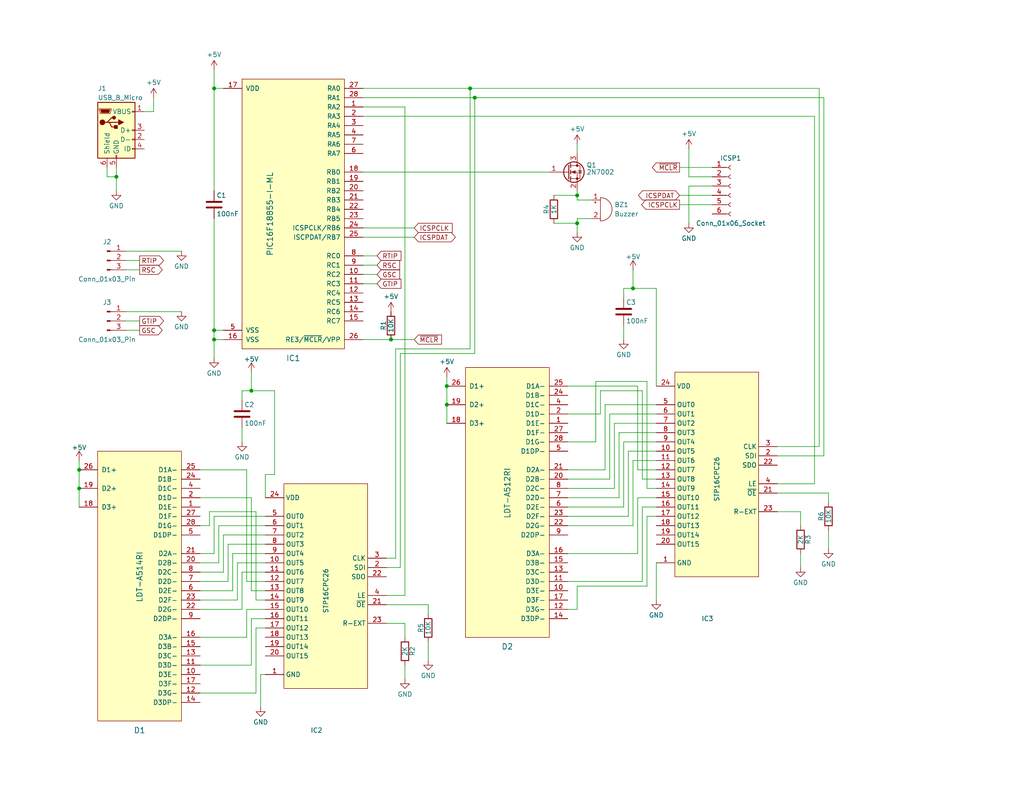
<source format=kicad_sch>
(kicad_sch (version 20230121) (generator eeschema)
  (paper "USLetter")
  (title_block (title "Fencing Hit Indicator with Score Display") (date "2024-01-01") (rev "1") (company "David's MakerWorks") (comment 1 "github.com/davidsmakerworks"))
  (lib_symbols
    (symbol "Connector:Conn_01x03_Pin" (pin_names (offset 1.016) hide)
      (property "Reference" "J" (at 0 5.08 0))
      (property "Value" "Conn_01x03_Pin" (at 0 -5.08 0))
      (symbol "Conn_01x03_Pin_1_1"
        (polyline (pts (xy 1.27 -2.54) (xy 0.8636 -2.54)) (stroke (width 0.1524)))
        (polyline (pts (xy 1.27 0) (xy 0.8636 0)) (stroke (width 0.1524)))
        (polyline (pts (xy 1.27 2.54) (xy 0.8636 2.54)) (stroke (width 0.1524)))
        (rectangle (start 0.8636 -2.413) (end 0 -2.667) (stroke (width 0.1524)) (fill (type outline)))
        (rectangle (start 0.8636 0.127) (end 0 -0.127) (stroke (width 0.1524)) (fill (type outline)))
        (rectangle (start 0.8636 2.667) (end 0 2.413) (stroke (width 0.1524)) (fill (type outline)))
        (pin passive line (at 5.08 2.54 180) (length 3.81) (name "Pin_1") (number "1"))
        (pin passive line (at 5.08 0 180) (length 3.81) (name "Pin_2") (number "2"))
        (pin passive line (at 5.08 -2.54 180) (length 3.81) (name "Pin_3") (number "3"))
      )
    )
    (symbol "Connector:Conn_01x06_Socket" (pin_names (offset 1.016) hide)
      (property "Reference" "J" (at 0 7.62 0))
      (property "Value" "Conn_01x06_Socket" (at 0 -10.16 0))
      (symbol "Conn_01x06_Socket_1_1"
        (arc (start 0 -7.112) (mid -0.5058 -7.62) (end 0 -8.128) (stroke (width 0.1524)))
        (arc (start 0 -4.572) (mid -0.5058 -5.08) (end 0 -5.588) (stroke (width 0.1524)))
        (arc (start 0 -2.032) (mid -0.5058 -2.54) (end 0 -3.048) (stroke (width 0.1524)))
        (polyline (pts (xy -1.27 -7.62) (xy -0.508 -7.62)) (stroke (width 0.1524)))
        (polyline (pts (xy -1.27 -5.08) (xy -0.508 -5.08)) (stroke (width 0.1524)))
        (polyline (pts (xy -1.27 -2.54) (xy -0.508 -2.54)) (stroke (width 0.1524)))
        (polyline (pts (xy -1.27 0) (xy -0.508 0)) (stroke (width 0.1524)))
        (polyline (pts (xy -1.27 2.54) (xy -0.508 2.54)) (stroke (width 0.1524)))
        (polyline (pts (xy -1.27 5.08) (xy -0.508 5.08)) (stroke (width 0.1524)))
        (arc (start 0 0.508) (mid -0.5058 0) (end 0 -0.508) (stroke (width 0.1524)))
        (arc (start 0 3.048) (mid -0.5058 2.54) (end 0 2.032) (stroke (width 0.1524)))
        (arc (start 0 5.588) (mid -0.5058 5.08) (end 0 4.572) (stroke (width 0.1524)))
        (pin passive line (at -5.08 5.08 0) (length 3.81) (name "Pin_1") (number "1"))
        (pin passive line (at -5.08 2.54 0) (length 3.81) (name "Pin_2") (number "2"))
        (pin passive line (at -5.08 0 0) (length 3.81) (name "Pin_3") (number "3"))
        (pin passive line (at -5.08 -2.54 0) (length 3.81) (name "Pin_4") (number "4"))
        (pin passive line (at -5.08 -5.08 0) (length 3.81) (name "Pin_5") (number "5"))
        (pin passive line (at -5.08 -7.62 0) (length 3.81) (name "Pin_6") (number "6"))
      )
    )
    (symbol "Connector:USB_B_Micro" (pin_names (offset 1.016))
      (property "Reference" "J" (at -5.08 11.43 0))
      (property "Value" "USB_B_Micro" (at -5.08 8.89 0))
      (symbol "USB_B_Micro_0_1"
        (rectangle (start -5.08 -7.62) (end 5.08 7.62) (stroke (width 0.254)) (fill (type background)))
        (circle (center -3.81 2.159) (radius 0.635) (stroke (width 0.254)) (fill (type outline)))
        (circle (center -0.635 3.429) (radius 0.381) (stroke (width 0.254)) (fill (type outline)))
        (rectangle (start -0.127 -7.62) (end 0.127 -6.858))
        (polyline (pts (xy -1.905 2.159) (xy 0.635 2.159)) (stroke (width 0.254)))
        (polyline (pts (xy -3.175 2.159) (xy -2.54 2.159) (xy -1.27 3.429) (xy -0.635 3.429)) (stroke (width 0.254)))
        (polyline (pts (xy -2.54 2.159) (xy -1.905 2.159) (xy -1.27 0.889) (xy 0 0.889)) (stroke (width 0.254)))
        (polyline (pts (xy 0.635 2.794) (xy 0.635 1.524) (xy 1.905 2.159) (xy 0.635 2.794)) (stroke (width 0.254)) (fill (type outline)))
        (polyline (pts (xy -4.318 5.588) (xy -1.778 5.588) (xy -2.032 4.826) (xy -4.064 4.826) (xy -4.318 5.588)) (fill (type outline)))
        (polyline (pts (xy -4.699 5.842) (xy -4.699 5.588) (xy -4.445 4.826) (xy -4.445 4.572) (xy -1.651 4.572) (xy -1.651 4.826) (xy -1.397 5.588) (xy -1.397 5.842) (xy -4.699 5.842)))
        (rectangle (start 0.254 1.27) (end -0.508 0.508) (stroke (width 0.254)) (fill (type outline)))
        (rectangle (start 5.08 -5.207) (end 4.318 -4.953))
        (rectangle (start 5.08 -2.667) (end 4.318 -2.413))
        (rectangle (start 5.08 -0.127) (end 4.318 0.127))
        (rectangle (start 5.08 4.953) (end 4.318 5.207))
      )
      (symbol "USB_B_Micro_1_1"
        (pin power_out line (at 7.62 5.08 180) (length 2.54) (name "VBUS") (number "1"))
        (pin bidirectional line (at 7.62 -2.54 180) (length 2.54) (name "D-") (number "2"))
        (pin bidirectional line (at 7.62 0 180) (length 2.54) (name "D+") (number "3"))
        (pin passive line (at 7.62 -5.08 180) (length 2.54) (name "ID") (number "4"))
        (pin power_out line (at 0 -10.16 90) (length 2.54) (name "GND") (number "5"))
        (pin passive line (at -2.54 -10.16 90) (length 2.54) (name "Shield") (number "6"))
      )
    )
    (symbol "DMW-Custom:LDT-A512RI" (pin_names (offset 1.016))
      (property "Reference" "D" (at 0 -43.18 0))
      (property "Value" "LDT-A512RI" (at 0 -1.27 90))
      (symbol "LDT-A512RI_1_1"
        (rectangle (start -11.43 33.02) (end 11.43 -40.64) (fill (type background)))
        (pin output line (at 16.51 17.78 180) (length 5.08) (name "D1E-") (number "1"))
        (pin output line (at 16.51 -27.94 180) (length 5.08) (name "D3E-") (number "10"))
        (pin output line (at 16.51 -25.4 180) (length 5.08) (name "D3D-") (number "11"))
        (pin output line (at 16.51 -33.02 180) (length 5.08) (name "D3G-") (number "12"))
        (pin output line (at 16.51 -22.86 180) (length 5.08) (name "D3C-") (number "13"))
        (pin output line (at 16.51 -35.56 180) (length 5.08) (name "D3DP-") (number "14"))
        (pin output line (at 16.51 -20.32 180) (length 5.08) (name "D3B-") (number "15"))
        (pin output line (at 16.51 -17.78 180) (length 5.08) (name "D3A-") (number "16"))
        (pin output line (at 16.51 -30.48 180) (length 5.08) (name "D3F-") (number "17"))
        (pin power_in line (at -16.51 17.78 0) (length 5.08) (name "D3+") (number "18"))
        (pin power_in line (at -16.51 22.86 0) (length 5.08) (name "D2+") (number "19"))
        (pin output line (at 16.51 20.32 180) (length 5.08) (name "D1D-") (number "2"))
        (pin output line (at 16.51 2.54 180) (length 5.08) (name "D2B-") (number "20"))
        (pin output line (at 16.51 5.08 180) (length 5.08) (name "D2A-") (number "21"))
        (pin output line (at 16.51 -10.16 180) (length 5.08) (name "D2G-") (number "22"))
        (pin output line (at 16.51 -7.62 180) (length 5.08) (name "D2F-") (number "23"))
        (pin output line (at 16.51 25.4 180) (length 5.08) (name "D1B-") (number "24"))
        (pin output line (at 16.51 27.94 180) (length 5.08) (name "D1A-") (number "25"))
        (pin power_in line (at -16.51 27.94 0) (length 5.08) (name "D1+") (number "26"))
        (pin output line (at 16.51 15.24 180) (length 5.08) (name "D1F-") (number "27"))
        (pin output line (at 16.51 12.7 180) (length 5.08) (name "D1G-") (number "28"))
        (pin output line (at 16.51 22.86 180) (length 5.08) (name "D1C-") (number "4"))
        (pin output line (at 16.51 10.16 180) (length 5.08) (name "D1DP-") (number "5"))
        (pin output line (at 16.51 -5.08 180) (length 5.08) (name "D2E-") (number "6"))
        (pin output line (at 16.51 -2.54 180) (length 5.08) (name "D2D-") (number "7"))
        (pin output line (at 16.51 0 180) (length 5.08) (name "D2C-") (number "8"))
        (pin output line (at 16.51 -12.7 180) (length 5.08) (name "D2DP-") (number "9"))
      )
    )
    (symbol "DMW-Custom:LDT-A514RI" (pin_names (offset 1.016))
      (property "Reference" "D" (at 0 -43.18 0))
      (property "Value" "LDT-A514RI" (at 0 -1.27 90))
      (symbol "LDT-A514RI_1_1"
        (rectangle (start -11.43 33.02) (end 11.43 -40.64) (fill (type background)))
        (pin output line (at 16.51 17.78 180) (length 5.08) (name "D1E-") (number "1"))
        (pin output line (at 16.51 -27.94 180) (length 5.08) (name "D3E-") (number "10"))
        (pin output line (at 16.51 -25.4 180) (length 5.08) (name "D3D-") (number "11"))
        (pin output line (at 16.51 -33.02 180) (length 5.08) (name "D3G-") (number "12"))
        (pin output line (at 16.51 -22.86 180) (length 5.08) (name "D3C-") (number "13"))
        (pin output line (at 16.51 -35.56 180) (length 5.08) (name "D3DP-") (number "14"))
        (pin output line (at 16.51 -20.32 180) (length 5.08) (name "D3B-") (number "15"))
        (pin output line (at 16.51 -17.78 180) (length 5.08) (name "D3A-") (number "16"))
        (pin output line (at 16.51 -30.48 180) (length 5.08) (name "D3F-") (number "17"))
        (pin power_in line (at -16.51 17.78 0) (length 5.08) (name "D3+") (number "18"))
        (pin power_in line (at -16.51 22.86 0) (length 5.08) (name "D2+") (number "19"))
        (pin output line (at 16.51 20.32 180) (length 5.08) (name "D1D-") (number "2"))
        (pin output line (at 16.51 2.54 180) (length 5.08) (name "D2B-") (number "20"))
        (pin output line (at 16.51 5.08 180) (length 5.08) (name "D2A-") (number "21"))
        (pin output line (at 16.51 -10.16 180) (length 5.08) (name "D2G-") (number "22"))
        (pin output line (at 16.51 -7.62 180) (length 5.08) (name "D2F-") (number "23"))
        (pin output line (at 16.51 25.4 180) (length 5.08) (name "D1B-") (number "24"))
        (pin output line (at 16.51 27.94 180) (length 5.08) (name "D1A-") (number "25"))
        (pin power_in line (at -16.51 27.94 0) (length 5.08) (name "D1+") (number "26"))
        (pin output line (at 16.51 15.24 180) (length 5.08) (name "D1F-") (number "27"))
        (pin output line (at 16.51 12.7 180) (length 5.08) (name "D1G-") (number "28"))
        (pin output line (at 16.51 22.86 180) (length 5.08) (name "D1C-") (number "4"))
        (pin output line (at 16.51 10.16 180) (length 5.08) (name "D1DP-") (number "5"))
        (pin output line (at 16.51 -5.08 180) (length 5.08) (name "D2E-") (number "6"))
        (pin output line (at 16.51 -2.54 180) (length 5.08) (name "D2D-") (number "7"))
        (pin output line (at 16.51 0 180) (length 5.08) (name "D2C-") (number "8"))
        (pin output line (at 16.51 -12.7 180) (length 5.08) (name "D2DP-") (number "9"))
      )
    )
    (symbol "DMW-Custom:PIC16F18855-I-ML" (pin_names (offset 1.016))
      (property "Reference" "IC" (at 0 -39.37 0))
      (property "Value" "PIC16F18855-I-ML" (at -6.35 0 90))
      (symbol "PIC16F18855-I-ML_0_1"
        (rectangle (start -13.97 36.83) (end 13.97 -36.83) (fill (type background)))
      )
      (symbol "PIC16F18855-I-ML_1_1"
        (pin input line (at 19.05 29.21 180) (length 5.08) (name "RA2") (number "1"))
        (pin input line (at 19.05 -16.51 180) (length 5.08) (name "RC2") (number "10"))
        (pin input line (at 19.05 -19.05 180) (length 5.08) (name "RC3") (number "11"))
        (pin input line (at 19.05 -21.59 180) (length 5.08) (name "RC4") (number "12"))
        (pin input line (at 19.05 -24.13 180) (length 5.08) (name "RC5") (number "13"))
        (pin input line (at 19.05 -26.67 180) (length 5.08) (name "RC6") (number "14"))
        (pin input line (at 19.05 -29.21 180) (length 5.08) (name "RC7") (number "15"))
        (pin input line (at -19.05 -34.29 0) (length 5.08) (name "VSS") (number "16"))
        (pin power_in line (at -19.05 34.29 0) (length 5.08) (name "VDD") (number "17"))
        (pin input line (at 19.05 11.43 180) (length 5.08) (name "RB0") (number "18"))
        (pin input line (at 19.05 8.89 180) (length 5.08) (name "RB1") (number "19"))
        (pin input line (at 19.05 26.67 180) (length 5.08) (name "RA3") (number "2"))
        (pin input line (at 19.05 6.35 180) (length 5.08) (name "RB2") (number "20"))
        (pin input line (at 19.05 3.81 180) (length 5.08) (name "RB3") (number "21"))
        (pin input line (at 19.05 1.27 180) (length 5.08) (name "RB4") (number "22"))
        (pin input line (at 19.05 -1.27 180) (length 5.08) (name "RB5") (number "23"))
        (pin input line (at 19.05 -3.81 180) (length 5.08) (name "ICSPCLK/RB6") (number "24"))
        (pin input line (at 19.05 -6.35 180) (length 5.08) (name "ISCPDAT/RB7") (number "25"))
        (pin input line (at 19.05 -34.29 180) (length 5.08) (name "RE3/~{MCLR}/VPP") (number "26"))
        (pin input line (at 19.05 34.29 180) (length 5.08) (name "RA0") (number "27"))
        (pin input line (at 19.05 31.75 180) (length 5.08) (name "RA1") (number "28"))
        (pin input line (at 19.05 24.13 180) (length 5.08) (name "RA4") (number "3"))
        (pin input line (at 19.05 21.59 180) (length 5.08) (name "RA5") (number "4"))
        (pin input line (at -19.05 -31.75 0) (length 5.08) (name "VSS") (number "5"))
        (pin input line (at 19.05 16.51 180) (length 5.08) (name "RA7") (number "6"))
        (pin input line (at 19.05 19.05 180) (length 5.08) (name "RA6") (number "7"))
        (pin input line (at 19.05 -11.43 180) (length 5.08) (name "RC0") (number "8"))
        (pin input line (at 19.05 -13.97 180) (length 5.08) (name "RC1") (number "9"))
      )
    )
    (symbol "DMW-Custom:STP16CPC26"
      (property "Reference" "IC" (at -1.27 -38.1 0))
      (property "Value" "STP16CPC26" (at 1.27 0 90))
      (symbol "STP16CPC26_1_0"
        (pin output line (at -15.24 7.62 0) (length 5.08) (name "OUT5") (number "10"))
        (pin output line (at -15.24 5.08 0) (length 5.08) (name "OUT6") (number "11"))
        (pin output line (at -15.24 2.54 0) (length 5.08) (name "OUT7") (number "12"))
        (pin output line (at -15.24 0 0) (length 5.08) (name "OUT8") (number "13"))
        (pin output line (at -15.24 -2.54 0) (length 5.08) (name "OUT9") (number "14"))
        (pin output line (at -15.24 -5.08 0) (length 5.08) (name "OUT10") (number "15"))
        (pin output line (at -15.24 -7.62 0) (length 5.08) (name "OUT11") (number "16"))
        (pin output line (at -15.24 -10.16 0) (length 5.08) (name "OUT12") (number "17"))
        (pin output line (at -15.24 -12.7 0) (length 5.08) (name "OUT13") (number "18"))
        (pin output line (at -15.24 -15.24 0) (length 5.08) (name "OUT14") (number "19"))
        (pin output line (at -15.24 -17.78 0) (length 5.08) (name "OUT15") (number "20"))
        (pin output line (at -15.24 17.78 0) (length 5.08) (name "OUT1") (number "6"))
        (pin output line (at -15.24 15.24 0) (length 5.08) (name "OUT2") (number "7"))
        (pin output line (at -15.24 12.7 0) (length 5.08) (name "OUT3") (number "8"))
        (pin output line (at -15.24 10.16 0) (length 5.08) (name "OUT4") (number "9"))
      )
      (symbol "STP16CPC26_1_1"
        (rectangle (start -10.16 29.21) (end 12.7 -26.67) (fill (type background)))
        (pin power_out line (at -15.24 -22.86 0) (length 5.08) (name "GND") (number "1"))
        (pin input line (at 17.78 6.35 180) (length 5.08) (name "SDI") (number "2"))
        (pin input line (at 17.78 -3.81 180) (length 5.08) (name "~{OE}") (number "21"))
        (pin output line (at 17.78 3.81 180) (length 5.08) (name "SDO") (number "22"))
        (pin output line (at 17.78 -8.89 180) (length 5.08) (name "R-EXT") (number "23"))
        (pin power_in line (at -15.24 25.4 0) (length 5.08) (name "VDD") (number "24"))
        (pin input line (at 17.78 8.89 180) (length 5.08) (name "CLK") (number "3"))
        (pin input line (at 17.78 -1.27 180) (length 5.08) (name "LE") (number "4"))
        (pin output line (at -15.24 20.32 0) (length 5.08) (name "OUT0") (number "5"))
      )
    )
    (symbol "Device:Buzzer" (pin_names (offset 0.0254) hide)
      (property "Reference" "BZ" (at 3.81 1.27 0))
      (property "Value" "Buzzer" (at 3.81 -1.27 0))
      (symbol "Buzzer_0_1"
        (arc (start 0 -3.175) (mid 3.1612 0) (end 0 3.175))
        (polyline (pts (xy -1.651 1.905) (xy -1.143 1.905)))
        (polyline (pts (xy -1.397 2.159) (xy -1.397 1.651)))
        (polyline (pts (xy 0 3.175) (xy 0 -3.175)))
      )
      (symbol "Buzzer_1_1"
        (pin passive line (at -2.54 2.54 0) (length 2.54) (name "-") (number "1"))
        (pin passive line (at -2.54 -2.54 0) (length 2.54) (name "+") (number "2"))
      )
    )
    (symbol "Device:C" (pin_numbers hide) (pin_names (offset 0.254))
      (property "Reference" "C" (at 0.635 2.54 0))
      (property "Value" "C" (at 0.635 -2.54 0))
      (symbol "C_0_1"
        (polyline (pts (xy -2.032 -0.762) (xy 2.032 -0.762)) (stroke (width 0.508)))
        (polyline (pts (xy -2.032 0.762) (xy 2.032 0.762)) (stroke (width 0.508)))
      )
      (symbol "C_1_1"
        (pin passive line (at 0 3.81 270) (length 2.794) (name "~") (number "1"))
        (pin passive line (at 0 -3.81 90) (length 2.794) (name "~") (number "2"))
      )
    )
    (symbol "Device:R" (pin_numbers hide) (pin_names (offset 0))
      (property "Reference" "R" (at 2.032 0 90))
      (property "Value" "R" (at 0 0 90))
      (symbol "R_0_1"
        (rectangle (start -1.016 -2.54) (end 1.016 2.54) (stroke (width 0.254)))
      )
      (symbol "R_1_1"
        (pin passive line (at 0 3.81 270) (length 1.27) (name "~") (number "1"))
        (pin passive line (at 0 -3.81 90) (length 1.27) (name "~") (number "2"))
      )
    )
    (symbol "Transistor_FET:2N7002" (pin_names hide)
      (property "Reference" "Q" (at 5.08 1.905 0))
      (property "Value" "2N7002" (at 5.08 0 0))
      (symbol "2N7002_0_1"
        (polyline (pts (xy 0.254 0) (xy -2.54 0)))
        (polyline (pts (xy 0.254 1.905) (xy 0.254 -1.905)) (stroke (width 0.254)))
        (polyline (pts (xy 0.762 -1.27) (xy 0.762 -2.286)) (stroke (width 0.254)))
        (polyline (pts (xy 0.762 0.508) (xy 0.762 -0.508)) (stroke (width 0.254)))
        (polyline (pts (xy 0.762 2.286) (xy 0.762 1.27)) (stroke (width 0.254)))
        (polyline (pts (xy 2.54 2.54) (xy 2.54 1.778)))
        (polyline (pts (xy 2.54 -2.54) (xy 2.54 0) (xy 0.762 0)))
        (polyline (pts (xy 0.762 -1.778) (xy 3.302 -1.778) (xy 3.302 1.778) (xy 0.762 1.778)))
        (polyline (pts (xy 1.016 0) (xy 2.032 0.381) (xy 2.032 -0.381) (xy 1.016 0)) (fill (type outline)))
        (polyline (pts (xy 2.794 0.508) (xy 2.921 0.381) (xy 3.683 0.381) (xy 3.81 0.254)))
        (polyline (pts (xy 3.302 0.381) (xy 2.921 -0.254) (xy 3.683 -0.254) (xy 3.302 0.381)))
        (circle (center 1.651 0) (radius 2.794) (stroke (width 0.254)))
        (circle (center 2.54 -1.778) (radius 0.254) (fill (type outline)))
        (circle (center 2.54 1.778) (radius 0.254) (fill (type outline)))
      )
      (symbol "2N7002_1_1"
        (pin input line (at -5.08 0 0) (length 2.54) (name "G") (number "1"))
        (pin passive line (at 2.54 -5.08 90) (length 2.54) (name "S") (number "2"))
        (pin passive line (at 2.54 5.08 270) (length 2.54) (name "D") (number "3"))
      )
    )
    (symbol "power:+5V" (power) (pin_names (offset 0))
      (property "Value" "+5V" (at 0 3.556 0))
      (symbol "+5V_0_1"
        (polyline (pts (xy -0.762 1.27) (xy 0 2.54)))
        (polyline (pts (xy 0 0) (xy 0 2.54)))
        (polyline (pts (xy 0 2.54) (xy 0.762 1.27)))
      )
      (symbol "+5V_1_1"
        (pin power_in line (at 0 0 90) (length 0) hide (name "+5V") (number "1"))
      )
    )
    (symbol "power:GND" (power) (pin_names (offset 0))
      (property "Value" "GND" (at 0 -3.81 0))
      (symbol "GND_0_1"
        (polyline (pts (xy 0 0) (xy 0 -1.27) (xy 1.27 -1.27) (xy 0 -2.54) (xy -1.27 -1.27) (xy 0 -1.27)))
      )
      (symbol "GND_1_1"
        (pin power_in line (at 0 0 270) (length 0) hide (name "GND") (number "1"))
      )
    )
  )
  (junction (at 68.58 106.68))
  (junction (at 121.92 110.49))
  (junction (at 31.75 48.26))
  (junction (at 157.48 53.34))
  (junction (at 129.54 26.67))
  (junction (at 121.92 105.41))
  (junction (at 128.27 24.13))
  (junction (at 172.72 78.74))
  (junction (at 21.59 128.27))
  (junction (at 21.59 133.35))
  (junction (at 106.68 92.71))
  (junction (at 157.48 60.96))
  (junction (at 58.42 92.71))
  (junction (at 58.42 90.17))
  (junction (at 58.42 24.13))
  (wire (pts (xy 64.77 163.83) (xy 64.77 153.67)))
  (wire (pts (xy 60.96 156.21) (xy 60.96 146.05)))
  (wire (pts (xy 154.94 105.41) (xy 173.99 105.41)))
  (wire (pts (xy 157.48 59.69) (xy 157.48 60.96)))
  (wire (pts (xy 31.75 48.26) (xy 31.75 52.07)))
  (wire (pts (xy 54.61 135.89) (xy 68.58 135.89)))
  (wire (pts (xy 172.72 73.66) (xy 172.72 78.74)))
  (wire (pts (xy 105.41 162.56) (xy 110.49 162.56)))
  (wire (pts (xy 106.68 92.71) (xy 113.03 92.71)))
  (wire (pts (xy 109.22 96.52) (xy 129.54 96.52)))
  (wire (pts (xy 66.04 116.84) (xy 66.04 120.65)))
  (wire (pts (xy 66.04 166.37) (xy 66.04 156.21)))
  (wire (pts (xy 72.39 184.15) (xy 71.12 184.15)))
  (wire (pts (xy 60.96 146.05) (xy 72.39 146.05)))
  (wire (pts (xy 68.58 106.68) (xy 74.93 106.68)))
  (wire (pts (xy 163.83 106.68) (xy 175.26 106.68)))
  (wire (pts (xy 157.48 166.37) (xy 157.48 160.02)))
  (wire (pts (xy 185.42 53.34) (xy 194.31 53.34)))
  (wire (pts (xy 68.58 135.89) (xy 68.58 161.29)))
  (wire (pts (xy 62.23 158.75) (xy 62.23 148.59)))
  (wire (pts (xy 72.39 129.54) (xy 72.39 135.89)))
  (wire (pts (xy 162.56 104.14) (xy 176.53 104.14)))
  (wire (pts (xy 224.79 124.46) (xy 212.09 124.46)))
  (wire (pts (xy 166.37 113.03) (xy 179.07 113.03)))
  (wire (pts (xy 157.48 52.07) (xy 157.48 53.34)))
  (wire (pts (xy 58.42 90.17) (xy 58.42 92.71)))
  (wire (pts (xy 99.06 24.13) (xy 128.27 24.13)))
  (wire (pts (xy 99.06 72.39) (xy 102.87 72.39)))
  (wire (pts (xy 157.48 60.96) (xy 157.48 63.5)))
  (wire (pts (xy 69.85 163.83) (xy 72.39 163.83)))
  (wire (pts (xy 185.42 55.88) (xy 194.31 55.88)))
  (wire (pts (xy 128.27 24.13) (xy 223.52 24.13)))
  (wire (pts (xy 54.61 128.27) (xy 67.31 128.27)))
  (wire (pts (xy 69.85 139.7) (xy 69.85 163.83)))
  (wire (pts (xy 121.92 115.57) (xy 121.92 110.49)))
  (wire (pts (xy 71.12 184.15) (xy 71.12 193.04)))
  (wire (pts (xy 58.42 24.13) (xy 58.42 52.07)))
  (wire (pts (xy 54.61 158.75) (xy 62.23 158.75)))
  (wire (pts (xy 171.45 123.19) (xy 179.07 123.19)))
  (wire (pts (xy 99.06 26.67) (xy 129.54 26.67)))
  (wire (pts (xy 109.22 154.94) (xy 109.22 96.52)))
  (wire (pts (xy 99.06 69.85) (xy 102.87 69.85)))
  (wire (pts (xy 34.29 87.63) (xy 38.1 87.63)))
  (wire (pts (xy 154.94 143.51) (xy 172.72 143.51)))
  (wire (pts (xy 223.52 121.92) (xy 212.09 121.92)))
  (wire (pts (xy 168.91 135.89) (xy 168.91 118.11)))
  (wire (pts (xy 62.23 148.59) (xy 72.39 148.59)))
  (wire (pts (xy 99.06 64.77) (xy 113.03 64.77)))
  (wire (pts (xy 58.42 97.79) (xy 58.42 92.71)))
  (wire (pts (xy 116.84 175.26) (xy 116.84 180.34)))
  (wire (pts (xy 54.61 151.13) (xy 58.42 151.13)))
  (wire (pts (xy 29.21 48.26) (xy 31.75 48.26)))
  (wire (pts (xy 69.85 189.23) (xy 69.85 171.45)))
  (wire (pts (xy 176.53 104.14) (xy 176.53 133.35)))
  (wire (pts (xy 176.53 133.35) (xy 179.07 133.35)))
  (wire (pts (xy 34.29 90.17) (xy 38.1 90.17)))
  (wire (pts (xy 175.26 106.68) (xy 175.26 130.81)))
  (wire (pts (xy 54.61 163.83) (xy 64.77 163.83)))
  (wire (pts (xy 74.93 129.54) (xy 72.39 129.54)))
  (wire (pts (xy 175.26 130.81) (xy 179.07 130.81)))
  (wire (pts (xy 179.07 78.74) (xy 179.07 105.41)))
  (wire (pts (xy 154.94 120.65) (xy 162.56 120.65)))
  (wire (pts (xy 176.53 160.02) (xy 176.53 140.97)))
  (wire (pts (xy 54.61 156.21) (xy 60.96 156.21)))
  (wire (pts (xy 212.09 132.08) (xy 222.25 132.08)))
  (wire (pts (xy 157.48 53.34) (xy 157.48 54.61)))
  (wire (pts (xy 57.15 143.51) (xy 57.15 139.7)))
  (wire (pts (xy 185.42 45.72) (xy 194.31 45.72)))
  (wire (pts (xy 29.21 45.72) (xy 29.21 48.26)))
  (wire (pts (xy 128.27 95.25) (xy 107.95 95.25)))
  (wire (pts (xy 54.61 189.23) (xy 69.85 189.23)))
  (wire (pts (xy 154.94 128.27) (xy 165.1 128.27)))
  (wire (pts (xy 218.44 151.13) (xy 218.44 154.94)))
  (wire (pts (xy 151.13 60.96) (xy 157.48 60.96)))
  (wire (pts (xy 173.99 128.27) (xy 179.07 128.27)))
  (wire (pts (xy 165.1 110.49) (xy 179.07 110.49)))
  (wire (pts (xy 175.26 158.75) (xy 175.26 138.43)))
  (wire (pts (xy 63.5 151.13) (xy 72.39 151.13)))
  (wire (pts (xy 172.72 143.51) (xy 172.72 125.73)))
  (wire (pts (xy 154.94 133.35) (xy 167.64 133.35)))
  (wire (pts (xy 154.94 135.89) (xy 168.91 135.89)))
  (wire (pts (xy 154.94 140.97) (xy 171.45 140.97)))
  (wire (pts (xy 57.15 139.7) (xy 69.85 139.7)))
  (wire (pts (xy 157.48 160.02) (xy 176.53 160.02)))
  (wire (pts (xy 226.06 144.78) (xy 226.06 149.86)))
  (wire (pts (xy 66.04 156.21) (xy 72.39 156.21)))
  (wire (pts (xy 34.29 85.09) (xy 49.53 85.09)))
  (wire (pts (xy 187.96 40.64) (xy 187.96 48.26)))
  (wire (pts (xy 67.31 128.27) (xy 67.31 158.75)))
  (wire (pts (xy 59.69 153.67) (xy 59.69 143.51)))
  (wire (pts (xy 167.64 133.35) (xy 167.64 115.57)))
  (wire (pts (xy 173.99 135.89) (xy 179.07 135.89)))
  (wire (pts (xy 21.59 128.27) (xy 21.59 125.73)))
  (wire (pts (xy 173.99 105.41) (xy 173.99 128.27)))
  (wire (pts (xy 64.77 153.67) (xy 72.39 153.67)))
  (wire (pts (xy 212.09 134.62) (xy 226.06 134.62)))
  (wire (pts (xy 58.42 19.05) (xy 58.42 24.13)))
  (wire (pts (xy 176.53 140.97) (xy 179.07 140.97)))
  (wire (pts (xy 167.64 115.57) (xy 179.07 115.57)))
  (wire (pts (xy 194.31 50.8) (xy 187.96 50.8)))
  (wire (pts (xy 154.94 158.75) (xy 175.26 158.75)))
  (wire (pts (xy 157.48 39.37) (xy 157.48 41.91)))
  (wire (pts (xy 67.31 166.37) (xy 72.39 166.37)))
  (wire (pts (xy 121.92 105.41) (xy 121.92 102.87)))
  (wire (pts (xy 179.07 153.67) (xy 179.07 163.83)))
  (wire (pts (xy 161.29 59.69) (xy 157.48 59.69)))
  (wire (pts (xy 99.06 62.23) (xy 113.03 62.23)))
  (wire (pts (xy 99.06 46.99) (xy 149.86 46.99)))
  (wire (pts (xy 21.59 133.35) (xy 21.59 128.27)))
  (wire (pts (xy 107.95 95.25) (xy 107.95 152.4)))
  (wire (pts (xy 34.29 71.12) (xy 38.1 71.12)))
  (wire (pts (xy 223.52 24.13) (xy 223.52 121.92)))
  (wire (pts (xy 171.45 140.97) (xy 171.45 123.19)))
  (wire (pts (xy 68.58 101.6) (xy 68.58 106.68)))
  (wire (pts (xy 60.96 90.17) (xy 58.42 90.17)))
  (wire (pts (xy 105.41 170.18) (xy 110.49 170.18)))
  (wire (pts (xy 129.54 26.67) (xy 224.79 26.67)))
  (wire (pts (xy 58.42 59.69) (xy 58.42 90.17)))
  (wire (pts (xy 31.75 45.72) (xy 31.75 48.26)))
  (wire (pts (xy 107.95 152.4) (xy 105.41 152.4)))
  (wire (pts (xy 170.18 138.43) (xy 170.18 120.65)))
  (wire (pts (xy 163.83 113.03) (xy 163.83 106.68)))
  (wire (pts (xy 172.72 125.73) (xy 179.07 125.73)))
  (wire (pts (xy 68.58 106.68) (xy 66.04 106.68)))
  (wire (pts (xy 67.31 173.99) (xy 67.31 166.37)))
  (wire (pts (xy 187.96 50.8) (xy 187.96 60.96)))
  (wire (pts (xy 58.42 92.71) (xy 60.96 92.71)))
  (wire (pts (xy 54.61 173.99) (xy 67.31 173.99)))
  (wire (pts (xy 157.48 54.61) (xy 161.29 54.61)))
  (wire (pts (xy 170.18 78.74) (xy 170.18 81.28)))
  (wire (pts (xy 172.72 78.74) (xy 170.18 78.74)))
  (wire (pts (xy 121.92 110.49) (xy 121.92 105.41)))
  (wire (pts (xy 69.85 171.45) (xy 72.39 171.45)))
  (wire (pts (xy 110.49 170.18) (xy 110.49 173.99)))
  (wire (pts (xy 110.49 162.56) (xy 110.49 29.21)))
  (wire (pts (xy 110.49 181.61) (xy 110.49 185.42)))
  (wire (pts (xy 21.59 138.43) (xy 21.59 133.35)))
  (wire (pts (xy 154.94 138.43) (xy 170.18 138.43)))
  (wire (pts (xy 58.42 140.97) (xy 72.39 140.97)))
  (wire (pts (xy 34.29 68.58) (xy 49.53 68.58)))
  (wire (pts (xy 222.25 31.75) (xy 99.06 31.75)))
  (wire (pts (xy 226.06 134.62) (xy 226.06 137.16)))
  (wire (pts (xy 99.06 92.71) (xy 106.68 92.71)))
  (wire (pts (xy 218.44 139.7) (xy 218.44 143.51)))
  (wire (pts (xy 68.58 161.29) (xy 72.39 161.29)))
  (wire (pts (xy 105.41 154.94) (xy 109.22 154.94)))
  (wire (pts (xy 67.31 158.75) (xy 72.39 158.75)))
  (wire (pts (xy 172.72 78.74) (xy 179.07 78.74)))
  (wire (pts (xy 170.18 120.65) (xy 179.07 120.65)))
  (wire (pts (xy 58.42 24.13) (xy 60.96 24.13)))
  (wire (pts (xy 68.58 181.61) (xy 68.58 168.91)))
  (wire (pts (xy 173.99 151.13) (xy 173.99 135.89)))
  (wire (pts (xy 54.61 181.61) (xy 68.58 181.61)))
  (wire (pts (xy 99.06 74.93) (xy 102.87 74.93)))
  (wire (pts (xy 166.37 130.81) (xy 166.37 113.03)))
  (wire (pts (xy 66.04 106.68) (xy 66.04 109.22)))
  (wire (pts (xy 128.27 24.13) (xy 128.27 95.25)))
  (wire (pts (xy 41.91 30.48) (xy 41.91 26.67)))
  (wire (pts (xy 170.18 88.9) (xy 170.18 92.71)))
  (wire (pts (xy 68.58 168.91) (xy 72.39 168.91)))
  (wire (pts (xy 34.29 73.66) (xy 38.1 73.66)))
  (wire (pts (xy 194.31 48.26) (xy 187.96 48.26)))
  (wire (pts (xy 129.54 96.52) (xy 129.54 26.67)))
  (wire (pts (xy 175.26 138.43) (xy 179.07 138.43)))
  (wire (pts (xy 154.94 151.13) (xy 173.99 151.13)))
  (wire (pts (xy 58.42 151.13) (xy 58.42 140.97)))
  (wire (pts (xy 54.61 166.37) (xy 66.04 166.37)))
  (wire (pts (xy 154.94 113.03) (xy 163.83 113.03)))
  (wire (pts (xy 59.69 143.51) (xy 72.39 143.51)))
  (wire (pts (xy 54.61 143.51) (xy 57.15 143.51)))
  (wire (pts (xy 99.06 77.47) (xy 102.87 77.47)))
  (wire (pts (xy 54.61 153.67) (xy 59.69 153.67)))
  (wire (pts (xy 74.93 106.68) (xy 74.93 129.54)))
  (wire (pts (xy 162.56 120.65) (xy 162.56 104.14)))
  (wire (pts (xy 116.84 165.1) (xy 116.84 167.64)))
  (wire (pts (xy 154.94 130.81) (xy 166.37 130.81)))
  (wire (pts (xy 63.5 161.29) (xy 63.5 151.13)))
  (wire (pts (xy 168.91 118.11) (xy 179.07 118.11)))
  (wire (pts (xy 165.1 128.27) (xy 165.1 110.49)))
  (wire (pts (xy 151.13 53.34) (xy 157.48 53.34)))
  (wire (pts (xy 54.61 161.29) (xy 63.5 161.29)))
  (wire (pts (xy 154.94 166.37) (xy 157.48 166.37)))
  (wire (pts (xy 39.37 30.48) (xy 41.91 30.48)))
  (wire (pts (xy 110.49 29.21) (xy 99.06 29.21)))
  (wire (pts (xy 105.41 165.1) (xy 116.84 165.1)))
  (wire (pts (xy 212.09 139.7) (xy 218.44 139.7)))
  (wire (pts (xy 224.79 26.67) (xy 224.79 124.46)))
  (wire (pts (xy 222.25 132.08) (xy 222.25 31.75)))
  (global_label "ICSPDAT" (shape bidirectional) (at 113.03 64.77 0) (property "Intersheetrefs" "${INTERSHEET_REFS}" (effects hide)))
  (global_label "RTIP" (shape output) (at 38.1 71.12 0) (property "Intersheetrefs" "${INTERSHEET_REFS}" (effects hide)))
  (global_label "GTIP" (shape input) (at 102.87 77.47 0) (property "Intersheetrefs" "${INTERSHEET_REFS}" (effects hide)))
  (global_label "GTIP" (shape output) (at 38.1 87.63 0) (property "Intersheetrefs" "${INTERSHEET_REFS}" (effects hide)))
  (global_label "GSC" (shape input) (at 102.87 74.93 0) (property "Intersheetrefs" "${INTERSHEET_REFS}" (effects hide)))
  (global_label "GSC" (shape output) (at 38.1 90.17 0) (property "Intersheetrefs" "${INTERSHEET_REFS}" (effects hide)))
  (global_label "RSC" (shape input) (at 102.87 72.39 0) (property "Intersheetrefs" "${INTERSHEET_REFS}" (effects hide)))
  (global_label "~{MCLR}" (shape input) (at 113.03 92.71 0) (property "Intersheetrefs" "${INTERSHEET_REFS}" (effects hide)))
  (global_label "ICSPDAT" (shape bidirectional) (at 185.42 53.34 180) (property "Intersheetrefs" "${INTERSHEET_REFS}" (effects hide)))
  (global_label "~{MCLR}" (shape output) (at 185.42 45.72 180) (property "Intersheetrefs" "${INTERSHEET_REFS}" (effects hide)))
  (global_label "RTIP" (shape input) (at 102.87 69.85 0) (property "Intersheetrefs" "${INTERSHEET_REFS}" (effects hide)))
  (global_label "ICSPCLK" (shape output) (at 185.42 55.88 180) (property "Intersheetrefs" "${INTERSHEET_REFS}" (effects hide)))
  (global_label "ICSPCLK" (shape input) (at 113.03 62.23 0) (property "Intersheetrefs" "${INTERSHEET_REFS}" (effects hide)))
  (global_label "RSC" (shape output) (at 38.1 73.66 0) (property "Intersheetrefs" "${INTERSHEET_REFS}" (effects hide)))
  (symbol (lib_id "DMW-Custom:LDT-A512RI") (at 138.43 133.35 0) (unit 1)
    (property "Reference" "D2" (at 138.43 176.53 0) (effects (font (size 1.524 1.524))))
    (property "Value" "LDT-A512RI" (at 138.43 134.62 90) (effects (font (size 1.524 1.524))))
    (property "Footprint" "DMW-Custom:LDT-x51xRI" (effects hide))
  )
  (symbol (lib_id "Device:R") (at 116.84 171.45 180) (unit 1)
    (property "Reference" "R5" (at 114.808 171.45 90))
    (property "Value" "10K" (at 116.84 171.45 90))
    (property "Footprint" "Resistor_SMD:R_0805_2012Metric" (effects hide))
  )
  (symbol (lib_id "Device:R") (at 226.06 140.97 180) (unit 1)
    (property "Reference" "R6" (at 224.028 140.97 90))
    (property "Value" "10K" (at 226.06 140.97 90))
    (property "Footprint" "Resistor_SMD:R_0805_2012Metric" (effects hide))
  )
  (symbol (lib_id "Device:R") (at 151.13 57.15 180) (unit 1)
    (property "Reference" "R4" (at 149.098 57.15 90))
    (property "Value" "1K" (at 151.13 57.15 90))
    (property "Footprint" "Resistor_SMD:R_0805_2012Metric" (effects hide))
  )
  (symbol (lib_id "power:GND") (at 49.53 68.58 0) (unit 1)
    (property "Reference" "#PWR022" (effects hide))
    (property "Value" "GND" (at 49.53 72.7131 0))
  )
  (symbol (lib_id "power:GND") (at 110.49 185.42 0) (unit 1)
    (property "Reference" "#PWR016" (effects hide))
    (property "Value" "GND" (at 110.49 189.5531 0))
  )
  (symbol (lib_id "power:GND") (at 116.84 180.34 0) (unit 1)
    (property "Reference" "#PWR020" (effects hide))
    (property "Value" "GND" (at 116.84 184.4731 0))
  )
  (symbol (lib_id "Connector:Conn_01x06_Socket") (at 199.39 50.8 0) (unit 1)
    (property "Reference" "ICSP1" (at 199.39 43.18 0))
    (property "Value" "Conn_01x06_Socket" (at 199.39 60.96 0))
    (property "Footprint" "Connector_PinHeader_2.54mm:PinHeader_1x06_P2.54mm_Vertical" (effects hide))
  )
  (symbol (lib_id "power:+5V") (at 157.48 39.37 0) (unit 1)
    (property "Reference" "#PWR08" (effects hide))
    (property "Value" "+5V" (at 157.48 35.2369 0))
  )
  (symbol (lib_id "Device:C") (at 66.04 113.03 0) (unit 1)
    (property "Reference" "C2" (at 66.675 110.49 0) (effects (justify left)))
    (property "Value" "100nF" (at 66.675 115.57 0) (effects (justify left)))
    (property "Footprint" "Capacitor_SMD:C_0603_1608Metric" (effects hide))
  )
  (symbol (lib_id "power:+5V") (at 106.68 85.09 0) (unit 1)
    (property "Reference" "#PWR09" (effects hide))
    (property "Value" "+5V" (at 106.68 80.9569 0))
  )
  (symbol (lib_id "Device:R") (at 106.68 88.9 180) (unit 1)
    (property "Reference" "R1" (at 104.648 88.9 90))
    (property "Value" "10K" (at 106.68 88.9 90))
    (property "Footprint" "Resistor_SMD:R_0805_2012Metric" (effects hide))
  )
  (symbol (lib_id "DMW-Custom:LDT-A514RI") (at 38.1 156.21 0) (unit 1)
    (property "Reference" "D1" (at 38.1 199.39 0) (effects (font (size 1.524 1.524))))
    (property "Value" "LDT-A514RI" (at 38.1 157.48 90) (effects (font (size 1.524 1.524))))
    (property "Footprint" "DMW-Custom:LDT-x51xRI" (effects hide))
  )
  (symbol (lib_id "power:+5V") (at 68.58 101.6 0) (unit 1)
    (property "Reference" "#PWR011" (effects hide))
    (property "Value" "+5V" (at 68.58 98.044 0))
  )
  (symbol (lib_id "power:GND") (at 179.07 163.83 0) (unit 1)
    (property "Reference" "#PWR04" (effects hide))
    (property "Value" "GND" (at 179.07 167.9631 0))
  )
  (symbol (lib_id "power:GND") (at 49.53 85.09 0) (unit 1)
    (property "Reference" "#PWR023" (effects hide))
    (property "Value" "GND" (at 49.53 89.2231 0))
  )
  (symbol (lib_id "power:GND") (at 31.75 52.07 0) (unit 1)
    (property "Reference" "#PWR02" (effects hide))
    (property "Value" "GND" (at 31.75 56.2031 0))
  )
  (symbol (lib_id "DMW-Custom:STP16CPC26") (at 87.63 161.29 0) (unit 1)
    (property "Reference" "IC2" (at 86.36 199.39 0))
    (property "Value" "STP16CPC26" (at 88.9 161.29 90))
    (property "Footprint" "Package_SO:SOP-24_7.5x15.4mm_P1.27mm" (effects hide))
  )
  (symbol (lib_id "power:GND") (at 58.42 97.79 0) (unit 1)
    (property "Reference" "#PWR01" (effects hide))
    (property "Value" "GND" (at 58.42 101.9231 0))
  )
  (symbol (lib_id "Device:R") (at 218.44 147.32 0) (unit 1)
    (property "Reference" "R3" (at 220.472 147.32 90))
    (property "Value" "2K" (at 218.44 147.32 90))
    (property "Footprint" "Resistor_SMD:R_0805_2012Metric" (effects hide))
  )
  (symbol (lib_id "DMW-Custom:STP16CPC26") (at 194.31 130.81 0) (unit 1)
    (property "Reference" "IC3" (at 193.04 168.91 0))
    (property "Value" "STP16CPC26" (at 195.58 130.81 90))
    (property "Footprint" "Package_SO:SOP-24_7.5x15.4mm_P1.27mm" (effects hide))
  )
  (symbol (lib_id "power:GND") (at 218.44 154.94 0) (unit 1)
    (property "Reference" "#PWR015" (effects hide))
    (property "Value" "GND" (at 218.44 159.0731 0))
  )
  (symbol (lib_id "Device:C") (at 170.18 85.09 0) (unit 1)
    (property "Reference" "C3" (at 170.815 82.55 0) (effects (justify left)))
    (property "Value" "100nF" (at 170.815 87.63 0) (effects (justify left)))
    (property "Footprint" "Capacitor_SMD:C_0603_1608Metric" (effects hide))
  )
  (symbol (lib_id "power:GND") (at 187.96 60.96 0) (unit 1)
    (property "Reference" "#PWR019" (effects hide))
    (property "Value" "GND" (at 187.96 65.0931 0))
  )
  (symbol (lib_id "power:GND") (at 170.18 92.71 0) (unit 1)
    (property "Reference" "#PWR013" (effects hide))
    (property "Value" "GND" (at 170.18 96.8431 0))
  )
  (symbol (lib_id "power:GND") (at 226.06 149.86 0) (unit 1)
    (property "Reference" "#PWR021" (effects hide))
    (property "Value" "GND" (at 226.06 153.9931 0))
  )
  (symbol (lib_id "power:+5V") (at 21.59 125.73 0) (unit 1)
    (property "Reference" "#PWR010" (effects hide))
    (property "Value" "+5V" (at 21.59 122.174 0))
  )
  (symbol (lib_id "Connector:Conn_01x03_Pin") (at 29.21 87.63 0) (unit 1)
    (property "Reference" "J3" (at 29.21 82.55 0))
    (property "Value" "Conn_01x03_Pin" (at 29.21 92.71 0))
    (property "Footprint" "Connector_PinHeader_1.27mm:PinHeader_1x03_P1.27mm_Vertical" (effects hide))
  )
  (symbol (lib_id "power:GND") (at 71.12 193.04 0) (unit 1)
    (property "Reference" "#PWR03" (effects hide))
    (property "Value" "GND" (at 71.12 197.1731 0))
  )
  (symbol (lib_id "power:GND") (at 157.48 63.5 0) (unit 1)
    (property "Reference" "#PWR017" (effects hide))
    (property "Value" "GND" (at 157.48 67.6331 0))
  )
  (symbol (lib_id "Device:Buzzer") (at 163.83 57.15 0) (unit 1)
    (property "Reference" "BZ1" (at 167.64 55.88 0) (effects (justify left)))
    (property "Value" "Buzzer" (at 167.64 58.42 0) (effects (justify left)))
    (property "Footprint" "Buzzer_Beeper:Buzzer_12x9.5RM7.6" (effects hide))
  )
  (symbol (lib_id "Device:C") (at 58.42 55.88 0) (unit 1)
    (property "Reference" "C1" (at 59.055 53.34 0) (effects (justify left)))
    (property "Value" "100nF" (at 59.055 58.42 0) (effects (justify left)))
    (property "Footprint" "Capacitor_SMD:C_0603_1608Metric" (effects hide))
  )
  (symbol (lib_id "Connector:Conn_01x03_Pin") (at 29.21 71.12 0) (unit 1)
    (property "Reference" "J2" (at 29.21 66.04 0))
    (property "Value" "Conn_01x03_Pin" (at 29.21 76.2 0))
    (property "Footprint" "Connector_PinHeader_1.27mm:PinHeader_1x03_P1.27mm_Vertical" (effects hide))
  )
  (symbol (lib_id "power:+5V") (at 172.72 73.66 0) (unit 1)
    (property "Reference" "#PWR014" (effects hide))
    (property "Value" "+5V" (at 172.72 70.104 0))
  )
  (symbol (lib_id "power:+5V") (at 58.42 19.05 0) (unit 1)
    (property "Reference" "#PWR06" (effects hide))
    (property "Value" "+5V" (at 58.42 14.9169 0))
  )
  (symbol (lib_id "DMW-Custom:PIC16F18855-I-ML") (at 80.01 58.42 0) (unit 1)
    (property "Reference" "IC1" (at 80.01 97.79 0) (effects (font (size 1.524 1.524))))
    (property "Value" "PIC16F18855-I-ML" (at 73.66 58.42 90) (effects (font (size 1.524 1.524))))
    (property "Footprint" "Package_DFN_QFN:QFN-28-1EP_6x6mm_P0.65mm_EP4.25x4.25mm" (effects hide))
  )
  (symbol (lib_id "Connector:USB_B_Micro") (at 31.75 35.56 0) (unit 1)
    (property "Reference" "J1" (at 26.67 24.13 0) (effects (justify left)))
    (property "Value" "USB_B_Micro" (at 26.67 26.67 0) (effects (justify left)))
    (property "Footprint" "DMW-Custom:Molex_105164-0001_MicroUSB" (effects hide))
  )
  (symbol (lib_id "power:+5V") (at 187.96 40.64 0) (unit 1)
    (property "Reference" "#PWR018" (effects hide))
    (property "Value" "+5V" (at 187.96 36.5069 0))
  )
  (symbol (lib_id "power:GND") (at 66.04 120.65 0) (unit 1)
    (property "Reference" "#PWR012" (effects hide))
    (property "Value" "GND" (at 66.04 124.7831 0))
  )
  (symbol (lib_id "power:+5V") (at 121.92 102.87 0) (unit 1)
    (property "Reference" "#PWR07" (effects hide))
    (property "Value" "+5V" (at 121.92 98.7369 0))
  )
  (symbol (lib_id "Transistor_FET:2N7002") (at 154.94 46.99 0) (unit 1)
    (property "Reference" "Q1" (at 160.02 45.085 0) (effects (justify left)))
    (property "Value" "2N7002" (at 160.02 46.99 0) (effects (justify left)))
    (property "Footprint" "Package_TO_SOT_SMD:SOT-23" (effects hide))
    (property "Datasheet" "https://www.onsemi.com/pub/Collateral/NDS7002A-D.PDF" (effects hide))
  )
  (symbol (lib_id "Device:R") (at 110.49 177.8 0) (unit 1)
    (property "Reference" "R2" (at 112.522 177.8 90))
    (property "Value" "2K" (at 110.49 177.8 90))
    (property "Footprint" "Resistor_SMD:R_0805_2012Metric" (effects hide))
  )
  (symbol (lib_id "power:+5V") (at 41.91 26.67 0) (unit 1)
    (property "Reference" "#PWR05" (effects hide))
    (property "Value" "+5V" (at 41.91 22.5369 0))
  )
)
</source>
